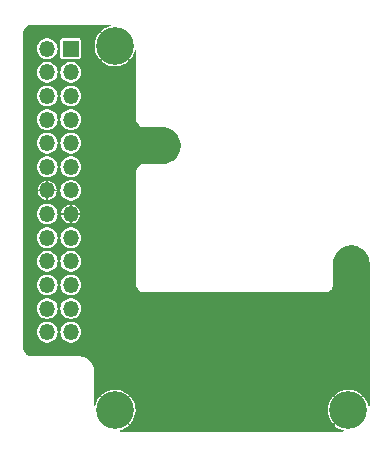
<source format=gbl>
G04 #@! TF.GenerationSoftware,KiCad,Pcbnew,(6.0.7)*
G04 #@! TF.CreationDate,2022-10-21T23:47:13+08:00*
G04 #@! TF.ProjectId,pcb_front,7063625f-6672-46f6-9e74-2e6b69636164,rev?*
G04 #@! TF.SameCoordinates,Original*
G04 #@! TF.FileFunction,Copper,L2,Bot*
G04 #@! TF.FilePolarity,Positive*
%FSLAX46Y46*%
G04 Gerber Fmt 4.6, Leading zero omitted, Abs format (unit mm)*
G04 Created by KiCad (PCBNEW (6.0.7)) date 2022-10-21 23:47:13*
%MOMM*%
%LPD*%
G01*
G04 APERTURE LIST*
G04 #@! TA.AperFunction,ComponentPad*
%ADD10C,3.200000*%
G04 #@! TD*
G04 #@! TA.AperFunction,ComponentPad*
%ADD11R,1.350000X1.350000*%
G04 #@! TD*
G04 #@! TA.AperFunction,ComponentPad*
%ADD12O,1.350000X1.350000*%
G04 #@! TD*
G04 #@! TA.AperFunction,ViaPad*
%ADD13C,2.300000*%
G04 #@! TD*
G04 APERTURE END LIST*
D10*
X5750000Y-30614100D03*
X5750000Y250000D03*
X25500000Y-30614100D03*
D11*
X2000000Y0D03*
D12*
X0Y0D03*
X2000000Y-2000000D03*
X0Y-2000000D03*
X2000000Y-4000000D03*
X0Y-4000000D03*
X2000000Y-6000000D03*
X0Y-6000000D03*
X2000000Y-8000000D03*
X0Y-8000000D03*
X2000000Y-10000000D03*
X0Y-10000000D03*
X2000000Y-12000000D03*
X0Y-12000000D03*
X2000000Y-14000000D03*
X0Y-14000000D03*
X2000000Y-16000000D03*
X0Y-16000000D03*
X2000000Y-18000000D03*
X0Y-18000000D03*
X2000000Y-20000000D03*
X0Y-20000000D03*
X2000000Y-22000000D03*
X0Y-22000000D03*
X2000000Y-24000000D03*
X0Y-24000000D03*
D13*
X25750000Y-18187500D03*
X9750000Y-8187500D03*
G04 #@! TA.AperFunction,Conductor*
G36*
X5347587Y2031194D02*
G01*
X5365893Y1987000D01*
X5347587Y1942806D01*
X5320882Y1926997D01*
X5144666Y1875635D01*
X5140339Y1874018D01*
X4911040Y1768309D01*
X4906983Y1766060D01*
X4695830Y1627622D01*
X4692159Y1624805D01*
X4581404Y1525953D01*
X4577724Y1518323D01*
X4581573Y1508229D01*
X5750000Y339803D01*
X7009144Y-919342D01*
X7016819Y-922521D01*
X7026834Y-917983D01*
X7133987Y-795800D01*
X7136766Y-792112D01*
X7273362Y-579750D01*
X7275570Y-575682D01*
X7379271Y-345475D01*
X7380859Y-341113D01*
X7426847Y-178051D01*
X7456461Y-140485D01*
X7503965Y-134863D01*
X7541531Y-164477D01*
X7549500Y-195016D01*
X7549500Y-5907627D01*
X7547910Y-5921633D01*
X7544344Y-5937141D01*
X7545897Y-5944004D01*
X7545897Y-5944006D01*
X7546552Y-5946900D01*
X7547791Y-5954564D01*
X7552587Y-6003254D01*
X7559636Y-6074822D01*
X7560526Y-6077756D01*
X7598801Y-6203935D01*
X7598803Y-6203940D01*
X7599691Y-6206867D01*
X7664738Y-6328560D01*
X7752275Y-6435225D01*
X7858940Y-6522762D01*
X7980633Y-6587809D01*
X7983560Y-6588697D01*
X7983565Y-6588699D01*
X8109744Y-6626974D01*
X8112678Y-6627864D01*
X8115726Y-6628164D01*
X8115730Y-6628165D01*
X8231471Y-6639564D01*
X8239449Y-6640876D01*
X8249282Y-6643155D01*
X8250000Y-6643156D01*
X8265743Y-6639565D01*
X8279642Y-6638000D01*
X9720127Y-6638000D01*
X9734133Y-6639590D01*
X9736436Y-6640119D01*
X9749641Y-6643156D01*
X9756505Y-6641603D01*
X9756508Y-6641603D01*
X9757722Y-6641328D01*
X9776181Y-6639963D01*
X9976269Y-6654957D01*
X9985506Y-6656349D01*
X10202153Y-6705797D01*
X10211080Y-6708550D01*
X10417943Y-6789738D01*
X10426359Y-6793791D01*
X10618808Y-6904901D01*
X10626526Y-6910164D01*
X10800266Y-7048717D01*
X10807114Y-7055070D01*
X10861127Y-7113282D01*
X10906407Y-7162082D01*
X10958265Y-7217972D01*
X10964086Y-7225272D01*
X11044946Y-7343872D01*
X11089268Y-7408881D01*
X11093938Y-7416970D01*
X11190357Y-7617184D01*
X11193768Y-7625876D01*
X11253718Y-7820227D01*
X11259270Y-7838226D01*
X11261349Y-7847333D01*
X11294469Y-8067075D01*
X11295167Y-8076390D01*
X11295167Y-8298610D01*
X11294469Y-8307925D01*
X11263318Y-8514606D01*
X11261349Y-8527667D01*
X11259271Y-8536771D01*
X11223047Y-8654207D01*
X11193770Y-8749120D01*
X11190358Y-8757813D01*
X11149715Y-8842209D01*
X11093938Y-8958030D01*
X11089268Y-8966119D01*
X11006885Y-9086954D01*
X10964089Y-9149724D01*
X10958268Y-9157024D01*
X10883487Y-9237619D01*
X10807114Y-9319930D01*
X10800266Y-9326283D01*
X10626526Y-9464836D01*
X10618811Y-9470097D01*
X10592316Y-9485394D01*
X10426359Y-9581209D01*
X10417943Y-9585262D01*
X10211080Y-9666450D01*
X10202153Y-9669203D01*
X9985506Y-9718651D01*
X9976270Y-9720043D01*
X9776629Y-9735004D01*
X9757953Y-9733590D01*
X9757829Y-9733562D01*
X9750359Y-9731844D01*
X9743496Y-9733397D01*
X9743495Y-9733397D01*
X9734383Y-9735459D01*
X9720589Y-9737000D01*
X8280107Y-9737000D01*
X8265994Y-9735386D01*
X8264130Y-9734954D01*
X8250718Y-9731845D01*
X8250000Y-9731844D01*
X8240208Y-9734078D01*
X8232447Y-9735340D01*
X8180208Y-9740485D01*
X8115730Y-9746835D01*
X8115726Y-9746836D01*
X8112678Y-9747136D01*
X8109744Y-9748026D01*
X7983565Y-9786301D01*
X7983560Y-9786303D01*
X7980633Y-9787191D01*
X7858940Y-9852238D01*
X7752275Y-9939775D01*
X7664738Y-10046440D01*
X7599691Y-10168133D01*
X7598803Y-10171060D01*
X7598801Y-10171065D01*
X7571381Y-10261458D01*
X7559636Y-10300178D01*
X7559336Y-10303226D01*
X7559335Y-10303230D01*
X7547889Y-10419448D01*
X7546600Y-10427328D01*
X7545922Y-10430278D01*
X7544344Y-10437141D01*
X7545897Y-10444004D01*
X7545897Y-10444006D01*
X7547959Y-10453117D01*
X7549500Y-10466911D01*
X7549500Y-19907627D01*
X7547910Y-19921633D01*
X7544344Y-19937141D01*
X7545897Y-19944004D01*
X7545897Y-19944006D01*
X7546552Y-19946900D01*
X7547791Y-19954564D01*
X7552587Y-20003254D01*
X7559636Y-20074822D01*
X7560526Y-20077756D01*
X7598801Y-20203935D01*
X7598803Y-20203940D01*
X7599691Y-20206867D01*
X7664738Y-20328560D01*
X7752275Y-20435225D01*
X7858940Y-20522762D01*
X7980633Y-20587809D01*
X7983560Y-20588697D01*
X7983565Y-20588699D01*
X8109744Y-20626974D01*
X8112678Y-20627864D01*
X8115726Y-20628164D01*
X8115730Y-20628165D01*
X8231471Y-20639564D01*
X8239449Y-20640876D01*
X8249282Y-20643155D01*
X8250000Y-20643156D01*
X8265743Y-20639565D01*
X8279642Y-20638000D01*
X23469893Y-20638000D01*
X23484006Y-20639614D01*
X23499282Y-20643155D01*
X23500000Y-20643156D01*
X23509792Y-20640922D01*
X23517553Y-20639660D01*
X23569792Y-20634515D01*
X23634270Y-20628165D01*
X23634274Y-20628164D01*
X23637322Y-20627864D01*
X23640256Y-20626974D01*
X23766435Y-20588699D01*
X23766440Y-20588697D01*
X23769367Y-20587809D01*
X23891060Y-20522762D01*
X23997725Y-20435225D01*
X24085262Y-20328560D01*
X24150309Y-20206867D01*
X24151197Y-20203940D01*
X24151199Y-20203935D01*
X24189474Y-20077756D01*
X24190364Y-20074822D01*
X24194774Y-20030051D01*
X24202064Y-19956029D01*
X24203376Y-19948051D01*
X24205655Y-19938218D01*
X24205656Y-19937500D01*
X24202065Y-19921757D01*
X24200500Y-19907858D01*
X24200500Y-18217607D01*
X24202114Y-18203494D01*
X24202201Y-18203117D01*
X24205655Y-18188218D01*
X24205656Y-18187500D01*
X24204873Y-18184067D01*
X24204872Y-18184059D01*
X24203869Y-18179663D01*
X24202479Y-18161094D01*
X24217457Y-17961230D01*
X24218849Y-17951994D01*
X24268297Y-17735347D01*
X24271050Y-17726420D01*
X24352238Y-17519557D01*
X24356291Y-17511141D01*
X24451754Y-17345793D01*
X24467403Y-17318689D01*
X24472664Y-17310974D01*
X24611217Y-17137234D01*
X24617570Y-17130386D01*
X24675782Y-17076373D01*
X24780476Y-16979232D01*
X24787772Y-16973414D01*
X24971381Y-16848232D01*
X24979470Y-16843562D01*
X25145281Y-16763711D01*
X25179687Y-16747142D01*
X25188376Y-16743732D01*
X25400729Y-16678229D01*
X25409829Y-16676152D01*
X25629575Y-16643031D01*
X25638890Y-16642333D01*
X25861110Y-16642333D01*
X25870425Y-16643031D01*
X26090171Y-16676152D01*
X26099271Y-16678229D01*
X26311624Y-16743732D01*
X26320313Y-16747142D01*
X26354719Y-16763711D01*
X26520530Y-16843562D01*
X26528619Y-16848232D01*
X26712228Y-16973414D01*
X26719524Y-16979232D01*
X26824218Y-17076373D01*
X26882430Y-17130386D01*
X26888783Y-17137234D01*
X27027336Y-17310974D01*
X27032597Y-17318689D01*
X27048246Y-17345793D01*
X27143709Y-17511141D01*
X27147762Y-17519557D01*
X27228950Y-17726420D01*
X27231703Y-17735347D01*
X27281151Y-17951994D01*
X27282543Y-17961230D01*
X27297504Y-18160871D01*
X27296090Y-18179547D01*
X27294344Y-18187141D01*
X27295897Y-18194004D01*
X27295897Y-18194005D01*
X27297959Y-18203117D01*
X27299500Y-18216911D01*
X27299500Y-30168192D01*
X27281194Y-30212386D01*
X27237000Y-30230692D01*
X27192806Y-30212386D01*
X27176041Y-30181986D01*
X27159556Y-30109132D01*
X27158209Y-30104727D01*
X27066690Y-29869385D01*
X27064701Y-29865214D01*
X26939408Y-29645998D01*
X26936820Y-29642161D01*
X26780505Y-29443877D01*
X26778854Y-29442075D01*
X26769831Y-29438656D01*
X26761755Y-29442147D01*
X25500000Y-30703903D01*
X24330523Y-31873379D01*
X24326913Y-31882096D01*
X24330611Y-31890970D01*
X24371659Y-31931660D01*
X24375173Y-31934661D01*
X24578801Y-32083968D01*
X24582718Y-32086415D01*
X24806176Y-32203983D01*
X24810422Y-32205828D01*
X25048797Y-32289072D01*
X25054844Y-32290692D01*
X25092795Y-32319812D01*
X25099040Y-32367238D01*
X25069920Y-32405189D01*
X25038669Y-32413563D01*
X6193270Y-32413563D01*
X6149076Y-32395257D01*
X6130770Y-32351063D01*
X6149076Y-32306869D01*
X6177357Y-32290623D01*
X6312568Y-32255025D01*
X6316946Y-32253517D01*
X6548921Y-32153853D01*
X6553047Y-32151706D01*
X6767744Y-32018847D01*
X6771492Y-32016124D01*
X6919447Y-31890871D01*
X6923804Y-31882411D01*
X6921589Y-31875491D01*
X5660197Y-30614100D01*
X5844952Y-30614100D01*
X5848593Y-30622890D01*
X7009144Y-31783442D01*
X7016819Y-31786621D01*
X7026834Y-31782083D01*
X7133987Y-31659900D01*
X7136766Y-31656212D01*
X7273362Y-31443850D01*
X7275570Y-31439782D01*
X7379271Y-31209575D01*
X7380859Y-31205213D01*
X7449393Y-30962209D01*
X7450316Y-30957671D01*
X7482276Y-30706447D01*
X7482514Y-30703338D01*
X7484810Y-30615665D01*
X7484735Y-30612534D01*
X7481649Y-30571007D01*
X23765854Y-30571007D01*
X23777969Y-30823208D01*
X23778533Y-30827800D01*
X23827793Y-31075448D01*
X23829028Y-31079900D01*
X23914350Y-31317540D01*
X23916233Y-31321771D01*
X24035745Y-31544193D01*
X24038231Y-31548095D01*
X24189299Y-31750400D01*
X24192340Y-31753900D01*
X24222710Y-31784006D01*
X24231590Y-31787639D01*
X24240280Y-31784017D01*
X25401407Y-30622890D01*
X25405048Y-30614100D01*
X25401407Y-30605310D01*
X24239510Y-29443412D01*
X24230720Y-29439771D01*
X24224187Y-29442478D01*
X24089110Y-29604889D01*
X24086429Y-29608647D01*
X23955439Y-29824512D01*
X23953340Y-29828630D01*
X23855693Y-30061493D01*
X23854231Y-30065864D01*
X23792075Y-30310603D01*
X23791273Y-30315146D01*
X23765975Y-30566380D01*
X23765854Y-30571007D01*
X7481649Y-30571007D01*
X7465967Y-30359989D01*
X7465283Y-30355410D01*
X7409556Y-30109132D01*
X7408209Y-30104727D01*
X7316690Y-29869385D01*
X7314701Y-29865214D01*
X7189408Y-29645998D01*
X7186820Y-29642161D01*
X7030505Y-29443877D01*
X7028854Y-29442075D01*
X7019831Y-29438656D01*
X7011755Y-29442147D01*
X5848593Y-30605310D01*
X5844952Y-30614100D01*
X5660197Y-30614100D01*
X4489510Y-29443412D01*
X4480720Y-29439771D01*
X4474187Y-29442478D01*
X4339110Y-29604889D01*
X4336429Y-29608647D01*
X4205439Y-29824512D01*
X4203340Y-29828630D01*
X4105693Y-30061493D01*
X4104231Y-30065864D01*
X4073577Y-30186564D01*
X4044956Y-30224892D01*
X3997615Y-30231756D01*
X3959287Y-30203135D01*
X3950500Y-30171179D01*
X3950500Y-29345777D01*
X4577724Y-29345777D01*
X4581573Y-29355871D01*
X5741210Y-30515507D01*
X5750000Y-30519148D01*
X5758790Y-30515507D01*
X6918859Y-29355439D01*
X6922285Y-29347167D01*
X6921684Y-29345777D01*
X24327724Y-29345777D01*
X24331573Y-29355871D01*
X25491210Y-30515507D01*
X25500000Y-30519148D01*
X25508790Y-30515507D01*
X26668859Y-29355439D01*
X26672285Y-29347167D01*
X26668232Y-29337791D01*
X26593463Y-29267454D01*
X26589876Y-29264550D01*
X26382406Y-29120622D01*
X26378422Y-29118276D01*
X26151972Y-29006602D01*
X26147678Y-29004867D01*
X25907198Y-28927889D01*
X25902703Y-28926810D01*
X25653496Y-28886225D01*
X25648882Y-28885821D01*
X25396403Y-28882515D01*
X25391795Y-28882797D01*
X25141603Y-28916847D01*
X25137077Y-28917809D01*
X24894666Y-28988465D01*
X24890339Y-28990082D01*
X24661040Y-29095791D01*
X24656983Y-29098040D01*
X24445830Y-29236478D01*
X24442159Y-29239295D01*
X24331404Y-29338147D01*
X24327724Y-29345777D01*
X6921684Y-29345777D01*
X6918232Y-29337791D01*
X6843463Y-29267454D01*
X6839876Y-29264550D01*
X6632406Y-29120622D01*
X6628422Y-29118276D01*
X6401972Y-29006602D01*
X6397678Y-29004867D01*
X6157198Y-28927889D01*
X6152703Y-28926810D01*
X5903496Y-28886225D01*
X5898882Y-28885821D01*
X5646403Y-28882515D01*
X5641795Y-28882797D01*
X5391603Y-28916847D01*
X5387077Y-28917809D01*
X5144666Y-28988465D01*
X5140339Y-28990082D01*
X4911040Y-29095791D01*
X4906983Y-29098040D01*
X4695830Y-29236478D01*
X4692159Y-29239295D01*
X4581404Y-29338147D01*
X4577724Y-29345777D01*
X3950500Y-29345777D01*
X3950500Y-27280100D01*
X3952114Y-27265990D01*
X3954855Y-27254160D01*
X3955655Y-27250710D01*
X3955656Y-27249992D01*
X3954466Y-27244775D01*
X3953093Y-27235779D01*
X3943098Y-27108836D01*
X3939380Y-27061615D01*
X3895263Y-26877878D01*
X3894325Y-26875613D01*
X3823889Y-26705575D01*
X3823888Y-26705572D01*
X3822948Y-26703304D01*
X3724215Y-26542191D01*
X3647219Y-26452040D01*
X3603087Y-26400369D01*
X3601495Y-26398505D01*
X3513061Y-26322975D01*
X3459677Y-26277380D01*
X3459674Y-26277378D01*
X3457809Y-26275785D01*
X3296696Y-26177052D01*
X3294428Y-26176112D01*
X3294425Y-26176111D01*
X3124387Y-26105675D01*
X3124384Y-26105674D01*
X3122122Y-26104737D01*
X2938385Y-26060620D01*
X2886488Y-26056534D01*
X2765183Y-26046983D01*
X2755973Y-26045561D01*
X2754179Y-26045145D01*
X2754173Y-26045144D01*
X2750726Y-26044345D01*
X2750008Y-26044344D01*
X2740046Y-26046616D01*
X2734262Y-26047935D01*
X2720365Y-26049500D01*
X-1220131Y-26049500D01*
X-1234135Y-26047911D01*
X-1242790Y-26045921D01*
X-1242791Y-26045921D01*
X-1249650Y-26044344D01*
X-1256516Y-26045898D01*
X-1258408Y-26045895D01*
X-1275697Y-26046971D01*
X-1399858Y-26034747D01*
X-1411875Y-26032357D01*
X-1550074Y-25990439D01*
X-1561394Y-25985751D01*
X-1688768Y-25917670D01*
X-1698943Y-25910871D01*
X-1810587Y-25819248D01*
X-1819249Y-25810586D01*
X-1830640Y-25796706D01*
X-1910871Y-25698943D01*
X-1917670Y-25688768D01*
X-1985752Y-25561392D01*
X-1990439Y-25550074D01*
X-2032357Y-25411875D01*
X-2034747Y-25399858D01*
X-2046929Y-25276130D01*
X-2045928Y-25260519D01*
X-2045922Y-25257229D01*
X-2044344Y-25250368D01*
X-2047959Y-25234389D01*
X-2049500Y-25220598D01*
X-2049500Y-24000000D01*
X-880322Y-24000000D01*
X-861085Y-24183029D01*
X-804214Y-24358059D01*
X-712195Y-24517440D01*
X-589050Y-24654207D01*
X-440161Y-24762381D01*
X-272034Y-24837236D01*
X-268827Y-24837918D01*
X-268826Y-24837918D01*
X-95228Y-24874818D01*
X-92019Y-24875500D01*
X92019Y-24875500D01*
X95228Y-24874818D01*
X268826Y-24837918D01*
X268827Y-24837918D01*
X272034Y-24837236D01*
X440161Y-24762381D01*
X589050Y-24654207D01*
X712195Y-24517440D01*
X804214Y-24358059D01*
X861085Y-24183029D01*
X880322Y-24000000D01*
X1119678Y-24000000D01*
X1138915Y-24183029D01*
X1195786Y-24358059D01*
X1287805Y-24517440D01*
X1410950Y-24654207D01*
X1559839Y-24762381D01*
X1727966Y-24837236D01*
X1731173Y-24837918D01*
X1731174Y-24837918D01*
X1904772Y-24874818D01*
X1907981Y-24875500D01*
X2092019Y-24875500D01*
X2095228Y-24874818D01*
X2268826Y-24837918D01*
X2268827Y-24837918D01*
X2272034Y-24837236D01*
X2440161Y-24762381D01*
X2589050Y-24654207D01*
X2712195Y-24517440D01*
X2804214Y-24358059D01*
X2861085Y-24183029D01*
X2880322Y-24000000D01*
X2861085Y-23816971D01*
X2804214Y-23641941D01*
X2712195Y-23482560D01*
X2589050Y-23345793D01*
X2440161Y-23237619D01*
X2272034Y-23162764D01*
X2268827Y-23162082D01*
X2268826Y-23162082D01*
X2095228Y-23125182D01*
X2095227Y-23125182D01*
X2092019Y-23124500D01*
X1907981Y-23124500D01*
X1904773Y-23125182D01*
X1904772Y-23125182D01*
X1731174Y-23162082D01*
X1731173Y-23162082D01*
X1727966Y-23162764D01*
X1559839Y-23237619D01*
X1410950Y-23345793D01*
X1287805Y-23482560D01*
X1195786Y-23641941D01*
X1138915Y-23816971D01*
X1119678Y-24000000D01*
X880322Y-24000000D01*
X861085Y-23816971D01*
X804214Y-23641941D01*
X712195Y-23482560D01*
X589050Y-23345793D01*
X440161Y-23237619D01*
X272034Y-23162764D01*
X268827Y-23162082D01*
X268826Y-23162082D01*
X95228Y-23125182D01*
X95227Y-23125182D01*
X92019Y-23124500D01*
X-92019Y-23124500D01*
X-95227Y-23125182D01*
X-95228Y-23125182D01*
X-268826Y-23162082D01*
X-268827Y-23162082D01*
X-272034Y-23162764D01*
X-440161Y-23237619D01*
X-589050Y-23345793D01*
X-712195Y-23482560D01*
X-804214Y-23641941D01*
X-861085Y-23816971D01*
X-880322Y-24000000D01*
X-2049500Y-24000000D01*
X-2049500Y-22000000D01*
X-880322Y-22000000D01*
X-861085Y-22183029D01*
X-804214Y-22358059D01*
X-712195Y-22517440D01*
X-589050Y-22654207D01*
X-440161Y-22762381D01*
X-272034Y-22837236D01*
X-268827Y-22837918D01*
X-268826Y-22837918D01*
X-95228Y-22874818D01*
X-92019Y-22875500D01*
X92019Y-22875500D01*
X95228Y-22874818D01*
X268826Y-22837918D01*
X268827Y-22837918D01*
X272034Y-22837236D01*
X440161Y-22762381D01*
X589050Y-22654207D01*
X712195Y-22517440D01*
X804214Y-22358059D01*
X861085Y-22183029D01*
X880322Y-22000000D01*
X1119678Y-22000000D01*
X1138915Y-22183029D01*
X1195786Y-22358059D01*
X1287805Y-22517440D01*
X1410950Y-22654207D01*
X1559839Y-22762381D01*
X1727966Y-22837236D01*
X1731173Y-22837918D01*
X1731174Y-22837918D01*
X1904772Y-22874818D01*
X1907981Y-22875500D01*
X2092019Y-22875500D01*
X2095228Y-22874818D01*
X2268826Y-22837918D01*
X2268827Y-22837918D01*
X2272034Y-22837236D01*
X2440161Y-22762381D01*
X2589050Y-22654207D01*
X2712195Y-22517440D01*
X2804214Y-22358059D01*
X2861085Y-22183029D01*
X2880322Y-22000000D01*
X2861085Y-21816971D01*
X2804214Y-21641941D01*
X2712195Y-21482560D01*
X2589050Y-21345793D01*
X2440161Y-21237619D01*
X2272034Y-21162764D01*
X2268827Y-21162082D01*
X2268826Y-21162082D01*
X2095228Y-21125182D01*
X2095227Y-21125182D01*
X2092019Y-21124500D01*
X1907981Y-21124500D01*
X1904773Y-21125182D01*
X1904772Y-21125182D01*
X1731174Y-21162082D01*
X1731173Y-21162082D01*
X1727966Y-21162764D01*
X1559839Y-21237619D01*
X1410950Y-21345793D01*
X1287805Y-21482560D01*
X1195786Y-21641941D01*
X1138915Y-21816971D01*
X1119678Y-22000000D01*
X880322Y-22000000D01*
X861085Y-21816971D01*
X804214Y-21641941D01*
X712195Y-21482560D01*
X589050Y-21345793D01*
X440161Y-21237619D01*
X272034Y-21162764D01*
X268827Y-21162082D01*
X268826Y-21162082D01*
X95228Y-21125182D01*
X95227Y-21125182D01*
X92019Y-21124500D01*
X-92019Y-21124500D01*
X-95227Y-21125182D01*
X-95228Y-21125182D01*
X-268826Y-21162082D01*
X-268827Y-21162082D01*
X-272034Y-21162764D01*
X-440161Y-21237619D01*
X-589050Y-21345793D01*
X-712195Y-21482560D01*
X-804214Y-21641941D01*
X-861085Y-21816971D01*
X-880322Y-22000000D01*
X-2049500Y-22000000D01*
X-2049500Y-20000000D01*
X-880322Y-20000000D01*
X-861085Y-20183029D01*
X-804214Y-20358059D01*
X-712195Y-20517440D01*
X-589050Y-20654207D01*
X-440161Y-20762381D01*
X-272034Y-20837236D01*
X-268827Y-20837918D01*
X-268826Y-20837918D01*
X-95228Y-20874818D01*
X-92019Y-20875500D01*
X92019Y-20875500D01*
X95228Y-20874818D01*
X268826Y-20837918D01*
X268827Y-20837918D01*
X272034Y-20837236D01*
X440161Y-20762381D01*
X589050Y-20654207D01*
X712195Y-20517440D01*
X804214Y-20358059D01*
X861085Y-20183029D01*
X880322Y-20000000D01*
X1119678Y-20000000D01*
X1138915Y-20183029D01*
X1195786Y-20358059D01*
X1287805Y-20517440D01*
X1410950Y-20654207D01*
X1559839Y-20762381D01*
X1727966Y-20837236D01*
X1731173Y-20837918D01*
X1731174Y-20837918D01*
X1904772Y-20874818D01*
X1907981Y-20875500D01*
X2092019Y-20875500D01*
X2095228Y-20874818D01*
X2268826Y-20837918D01*
X2268827Y-20837918D01*
X2272034Y-20837236D01*
X2440161Y-20762381D01*
X2589050Y-20654207D01*
X2712195Y-20517440D01*
X2804214Y-20358059D01*
X2861085Y-20183029D01*
X2880322Y-20000000D01*
X2861085Y-19816971D01*
X2804214Y-19641941D01*
X2712195Y-19482560D01*
X2589050Y-19345793D01*
X2440161Y-19237619D01*
X2272034Y-19162764D01*
X2268827Y-19162082D01*
X2268826Y-19162082D01*
X2095228Y-19125182D01*
X2095227Y-19125182D01*
X2092019Y-19124500D01*
X1907981Y-19124500D01*
X1904773Y-19125182D01*
X1904772Y-19125182D01*
X1731174Y-19162082D01*
X1731173Y-19162082D01*
X1727966Y-19162764D01*
X1559839Y-19237619D01*
X1410950Y-19345793D01*
X1287805Y-19482560D01*
X1195786Y-19641941D01*
X1138915Y-19816971D01*
X1119678Y-20000000D01*
X880322Y-20000000D01*
X861085Y-19816971D01*
X804214Y-19641941D01*
X712195Y-19482560D01*
X589050Y-19345793D01*
X440161Y-19237619D01*
X272034Y-19162764D01*
X268827Y-19162082D01*
X268826Y-19162082D01*
X95228Y-19125182D01*
X95227Y-19125182D01*
X92019Y-19124500D01*
X-92019Y-19124500D01*
X-95227Y-19125182D01*
X-95228Y-19125182D01*
X-268826Y-19162082D01*
X-268827Y-19162082D01*
X-272034Y-19162764D01*
X-440161Y-19237619D01*
X-589050Y-19345793D01*
X-712195Y-19482560D01*
X-804214Y-19641941D01*
X-861085Y-19816971D01*
X-880322Y-20000000D01*
X-2049500Y-20000000D01*
X-2049500Y-18000000D01*
X-880322Y-18000000D01*
X-861085Y-18183029D01*
X-860073Y-18186143D01*
X-860073Y-18186144D01*
X-852345Y-18209927D01*
X-804214Y-18358059D01*
X-712195Y-18517440D01*
X-589050Y-18654207D01*
X-440161Y-18762381D01*
X-272034Y-18837236D01*
X-268827Y-18837918D01*
X-268826Y-18837918D01*
X-95228Y-18874818D01*
X-92019Y-18875500D01*
X92019Y-18875500D01*
X95228Y-18874818D01*
X268826Y-18837918D01*
X268827Y-18837918D01*
X272034Y-18837236D01*
X440161Y-18762381D01*
X589050Y-18654207D01*
X712195Y-18517440D01*
X804214Y-18358059D01*
X852345Y-18209927D01*
X860073Y-18186144D01*
X860073Y-18186143D01*
X861085Y-18183029D01*
X880322Y-18000000D01*
X1119678Y-18000000D01*
X1138915Y-18183029D01*
X1139927Y-18186143D01*
X1139927Y-18186144D01*
X1147655Y-18209927D01*
X1195786Y-18358059D01*
X1287805Y-18517440D01*
X1410950Y-18654207D01*
X1559839Y-18762381D01*
X1727966Y-18837236D01*
X1731173Y-18837918D01*
X1731174Y-18837918D01*
X1904772Y-18874818D01*
X1907981Y-18875500D01*
X2092019Y-18875500D01*
X2095228Y-18874818D01*
X2268826Y-18837918D01*
X2268827Y-18837918D01*
X2272034Y-18837236D01*
X2440161Y-18762381D01*
X2589050Y-18654207D01*
X2712195Y-18517440D01*
X2804214Y-18358059D01*
X2852345Y-18209927D01*
X2860073Y-18186144D01*
X2860073Y-18186143D01*
X2861085Y-18183029D01*
X2880322Y-18000000D01*
X2861085Y-17816971D01*
X2804214Y-17641941D01*
X2712195Y-17482560D01*
X2589050Y-17345793D01*
X2440161Y-17237619D01*
X2272034Y-17162764D01*
X2268827Y-17162082D01*
X2268826Y-17162082D01*
X2095228Y-17125182D01*
X2095227Y-17125182D01*
X2092019Y-17124500D01*
X1907981Y-17124500D01*
X1904773Y-17125182D01*
X1904772Y-17125182D01*
X1731174Y-17162082D01*
X1731173Y-17162082D01*
X1727966Y-17162764D01*
X1559839Y-17237619D01*
X1410950Y-17345793D01*
X1287805Y-17482560D01*
X1195786Y-17641941D01*
X1138915Y-17816971D01*
X1119678Y-18000000D01*
X880322Y-18000000D01*
X861085Y-17816971D01*
X804214Y-17641941D01*
X712195Y-17482560D01*
X589050Y-17345793D01*
X440161Y-17237619D01*
X272034Y-17162764D01*
X268827Y-17162082D01*
X268826Y-17162082D01*
X95228Y-17125182D01*
X95227Y-17125182D01*
X92019Y-17124500D01*
X-92019Y-17124500D01*
X-95227Y-17125182D01*
X-95228Y-17125182D01*
X-268826Y-17162082D01*
X-268827Y-17162082D01*
X-272034Y-17162764D01*
X-440161Y-17237619D01*
X-589050Y-17345793D01*
X-712195Y-17482560D01*
X-804214Y-17641941D01*
X-861085Y-17816971D01*
X-880322Y-18000000D01*
X-2049500Y-18000000D01*
X-2049500Y-16000000D01*
X-880322Y-16000000D01*
X-861085Y-16183029D01*
X-804214Y-16358059D01*
X-712195Y-16517440D01*
X-589050Y-16654207D01*
X-440161Y-16762381D01*
X-272034Y-16837236D01*
X-268827Y-16837918D01*
X-268826Y-16837918D01*
X-220303Y-16848232D01*
X-92019Y-16875500D01*
X92019Y-16875500D01*
X220303Y-16848232D01*
X268826Y-16837918D01*
X268827Y-16837918D01*
X272034Y-16837236D01*
X440161Y-16762381D01*
X589050Y-16654207D01*
X712195Y-16517440D01*
X804214Y-16358059D01*
X861085Y-16183029D01*
X880322Y-16000000D01*
X1119678Y-16000000D01*
X1138915Y-16183029D01*
X1195786Y-16358059D01*
X1287805Y-16517440D01*
X1410950Y-16654207D01*
X1559839Y-16762381D01*
X1727966Y-16837236D01*
X1731173Y-16837918D01*
X1731174Y-16837918D01*
X1779697Y-16848232D01*
X1907981Y-16875500D01*
X2092019Y-16875500D01*
X2220303Y-16848232D01*
X2268826Y-16837918D01*
X2268827Y-16837918D01*
X2272034Y-16837236D01*
X2440161Y-16762381D01*
X2589050Y-16654207D01*
X2712195Y-16517440D01*
X2804214Y-16358059D01*
X2861085Y-16183029D01*
X2880322Y-16000000D01*
X2861085Y-15816971D01*
X2804214Y-15641941D01*
X2712195Y-15482560D01*
X2589050Y-15345793D01*
X2440161Y-15237619D01*
X2272034Y-15162764D01*
X2268827Y-15162082D01*
X2268826Y-15162082D01*
X2095228Y-15125182D01*
X2095227Y-15125182D01*
X2092019Y-15124500D01*
X1907981Y-15124500D01*
X1904773Y-15125182D01*
X1904772Y-15125182D01*
X1731174Y-15162082D01*
X1731173Y-15162082D01*
X1727966Y-15162764D01*
X1559839Y-15237619D01*
X1410950Y-15345793D01*
X1287805Y-15482560D01*
X1195786Y-15641941D01*
X1138915Y-15816971D01*
X1119678Y-16000000D01*
X880322Y-16000000D01*
X861085Y-15816971D01*
X804214Y-15641941D01*
X712195Y-15482560D01*
X589050Y-15345793D01*
X440161Y-15237619D01*
X272034Y-15162764D01*
X268827Y-15162082D01*
X268826Y-15162082D01*
X95228Y-15125182D01*
X95227Y-15125182D01*
X92019Y-15124500D01*
X-92019Y-15124500D01*
X-95227Y-15125182D01*
X-95228Y-15125182D01*
X-268826Y-15162082D01*
X-268827Y-15162082D01*
X-272034Y-15162764D01*
X-440161Y-15237619D01*
X-589050Y-15345793D01*
X-712195Y-15482560D01*
X-804214Y-15641941D01*
X-861085Y-15816971D01*
X-880322Y-16000000D01*
X-2049500Y-16000000D01*
X-2049500Y-14000000D01*
X-880322Y-14000000D01*
X-861085Y-14183029D01*
X-804214Y-14358059D01*
X-802579Y-14360891D01*
X-802578Y-14360893D01*
X-795472Y-14373201D01*
X-712195Y-14517440D01*
X-589050Y-14654207D01*
X-440161Y-14762381D01*
X-272034Y-14837236D01*
X-268827Y-14837918D01*
X-268826Y-14837918D01*
X-95228Y-14874818D01*
X-92019Y-14875500D01*
X92019Y-14875500D01*
X95228Y-14874818D01*
X268826Y-14837918D01*
X268827Y-14837918D01*
X272034Y-14837236D01*
X440161Y-14762381D01*
X589050Y-14654207D01*
X712195Y-14517440D01*
X795472Y-14373201D01*
X802578Y-14360893D01*
X802579Y-14360891D01*
X804214Y-14358059D01*
X861085Y-14183029D01*
X872591Y-14073552D01*
X1198306Y-14073552D01*
X1207267Y-14164954D01*
X1208710Y-14171741D01*
X1263511Y-14336478D01*
X1266427Y-14342788D01*
X1356361Y-14491287D01*
X1360597Y-14496787D01*
X1481202Y-14621676D01*
X1486547Y-14626099D01*
X1631829Y-14721168D01*
X1638017Y-14724294D01*
X1800750Y-14784814D01*
X1807480Y-14786493D01*
X1924176Y-14802063D01*
X1933373Y-14799615D01*
X1936500Y-14794221D01*
X1936500Y-14790162D01*
X2063500Y-14790162D01*
X2067141Y-14798952D01*
X2073692Y-14801665D01*
X2159416Y-14793864D01*
X2166212Y-14792469D01*
X2331329Y-14738819D01*
X2337655Y-14735949D01*
X2486780Y-14647054D01*
X2492313Y-14642853D01*
X2618039Y-14523127D01*
X2622500Y-14517810D01*
X2718578Y-14373201D01*
X2721751Y-14367027D01*
X2783402Y-14204728D01*
X2785129Y-14198001D01*
X2802302Y-14075810D01*
X2799920Y-14066598D01*
X2794660Y-14063500D01*
X2075931Y-14063500D01*
X2067141Y-14067141D01*
X2063500Y-14075931D01*
X2063500Y-14790162D01*
X1936500Y-14790162D01*
X1936500Y-14075931D01*
X1932859Y-14067141D01*
X1924069Y-14063500D01*
X1209751Y-14063500D01*
X1200961Y-14067141D01*
X1198306Y-14073552D01*
X872591Y-14073552D01*
X880322Y-14000000D01*
X872352Y-13924166D01*
X1198136Y-13924166D01*
X1200647Y-13933344D01*
X1206180Y-13936500D01*
X1924069Y-13936500D01*
X1932859Y-13932859D01*
X1936500Y-13924069D01*
X2063500Y-13924069D01*
X2067141Y-13932859D01*
X2075931Y-13936500D01*
X2790540Y-13936500D01*
X2799330Y-13932859D01*
X2801874Y-13926718D01*
X2790352Y-13823998D01*
X2788813Y-13817221D01*
X2731720Y-13653276D01*
X2728715Y-13647003D01*
X2636718Y-13499777D01*
X2632401Y-13494331D01*
X2510071Y-13371143D01*
X2504654Y-13366788D01*
X2358076Y-13273767D01*
X2351831Y-13270720D01*
X2188279Y-13212483D01*
X2181511Y-13210896D01*
X2075844Y-13198296D01*
X2066685Y-13200870D01*
X2063500Y-13206546D01*
X2063500Y-13924069D01*
X1936500Y-13924069D01*
X1936500Y-13209626D01*
X1932859Y-13200836D01*
X1926585Y-13198237D01*
X1829513Y-13208439D01*
X1822742Y-13209928D01*
X1658385Y-13265880D01*
X1652103Y-13268836D01*
X1504234Y-13359805D01*
X1498756Y-13364085D01*
X1374721Y-13485550D01*
X1370328Y-13490936D01*
X1276281Y-13636868D01*
X1273195Y-13643085D01*
X1213815Y-13806229D01*
X1212182Y-13812982D01*
X1198136Y-13924166D01*
X872352Y-13924166D01*
X861085Y-13816971D01*
X804214Y-13641941D01*
X712195Y-13482560D01*
X589050Y-13345793D01*
X440161Y-13237619D01*
X272034Y-13162764D01*
X268827Y-13162082D01*
X268826Y-13162082D01*
X95228Y-13125182D01*
X95227Y-13125182D01*
X92019Y-13124500D01*
X-92019Y-13124500D01*
X-95227Y-13125182D01*
X-95228Y-13125182D01*
X-268826Y-13162082D01*
X-268827Y-13162082D01*
X-272034Y-13162764D01*
X-440161Y-13237619D01*
X-589050Y-13345793D01*
X-712195Y-13482560D01*
X-804214Y-13641941D01*
X-861085Y-13816971D01*
X-880322Y-14000000D01*
X-2049500Y-14000000D01*
X-2049500Y-12073552D01*
X-801694Y-12073552D01*
X-792733Y-12164954D01*
X-791290Y-12171741D01*
X-736489Y-12336478D01*
X-733573Y-12342788D01*
X-643639Y-12491287D01*
X-639403Y-12496787D01*
X-518798Y-12621676D01*
X-513453Y-12626099D01*
X-368171Y-12721168D01*
X-361983Y-12724294D01*
X-199250Y-12784814D01*
X-192520Y-12786493D01*
X-75824Y-12802063D01*
X-66627Y-12799615D01*
X-63500Y-12794221D01*
X-63500Y-12790162D01*
X63500Y-12790162D01*
X67141Y-12798952D01*
X73692Y-12801665D01*
X159416Y-12793864D01*
X166212Y-12792469D01*
X331329Y-12738819D01*
X337655Y-12735949D01*
X486780Y-12647054D01*
X492313Y-12642853D01*
X618039Y-12523127D01*
X622500Y-12517810D01*
X718578Y-12373201D01*
X721751Y-12367027D01*
X783402Y-12204728D01*
X785129Y-12198001D01*
X802302Y-12075810D01*
X799920Y-12066598D01*
X794660Y-12063500D01*
X75931Y-12063500D01*
X67141Y-12067141D01*
X63500Y-12075931D01*
X63500Y-12790162D01*
X-63500Y-12790162D01*
X-63500Y-12075931D01*
X-67141Y-12067141D01*
X-75931Y-12063500D01*
X-790249Y-12063500D01*
X-799039Y-12067141D01*
X-801694Y-12073552D01*
X-2049500Y-12073552D01*
X-2049500Y-12000000D01*
X1119678Y-12000000D01*
X1138915Y-12183029D01*
X1195786Y-12358059D01*
X1197421Y-12360891D01*
X1197422Y-12360893D01*
X1204528Y-12373201D01*
X1287805Y-12517440D01*
X1410950Y-12654207D01*
X1559839Y-12762381D01*
X1727966Y-12837236D01*
X1731173Y-12837918D01*
X1731174Y-12837918D01*
X1904772Y-12874818D01*
X1907981Y-12875500D01*
X2092019Y-12875500D01*
X2095228Y-12874818D01*
X2268826Y-12837918D01*
X2268827Y-12837918D01*
X2272034Y-12837236D01*
X2440161Y-12762381D01*
X2589050Y-12654207D01*
X2712195Y-12517440D01*
X2795472Y-12373201D01*
X2802578Y-12360893D01*
X2802579Y-12360891D01*
X2804214Y-12358059D01*
X2861085Y-12183029D01*
X2880322Y-12000000D01*
X2861085Y-11816971D01*
X2804214Y-11641941D01*
X2712195Y-11482560D01*
X2589050Y-11345793D01*
X2440161Y-11237619D01*
X2272034Y-11162764D01*
X2268827Y-11162082D01*
X2268826Y-11162082D01*
X2095228Y-11125182D01*
X2095227Y-11125182D01*
X2092019Y-11124500D01*
X1907981Y-11124500D01*
X1904773Y-11125182D01*
X1904772Y-11125182D01*
X1731174Y-11162082D01*
X1731173Y-11162082D01*
X1727966Y-11162764D01*
X1559839Y-11237619D01*
X1410950Y-11345793D01*
X1287805Y-11482560D01*
X1195786Y-11641941D01*
X1138915Y-11816971D01*
X1119678Y-12000000D01*
X-2049500Y-12000000D01*
X-2049500Y-11924166D01*
X-801864Y-11924166D01*
X-799353Y-11933344D01*
X-793820Y-11936500D01*
X-75931Y-11936500D01*
X-67141Y-11932859D01*
X-63500Y-11924069D01*
X63500Y-11924069D01*
X67141Y-11932859D01*
X75931Y-11936500D01*
X790540Y-11936500D01*
X799330Y-11932859D01*
X801874Y-11926718D01*
X790352Y-11823998D01*
X788813Y-11817221D01*
X731720Y-11653276D01*
X728715Y-11647003D01*
X636718Y-11499777D01*
X632401Y-11494331D01*
X510071Y-11371143D01*
X504654Y-11366788D01*
X358076Y-11273767D01*
X351831Y-11270720D01*
X188279Y-11212483D01*
X181511Y-11210896D01*
X75844Y-11198296D01*
X66685Y-11200870D01*
X63500Y-11206546D01*
X63500Y-11924069D01*
X-63500Y-11924069D01*
X-63500Y-11209626D01*
X-67141Y-11200836D01*
X-73415Y-11198237D01*
X-170487Y-11208439D01*
X-177258Y-11209928D01*
X-341615Y-11265880D01*
X-347897Y-11268836D01*
X-495766Y-11359805D01*
X-501244Y-11364085D01*
X-625279Y-11485550D01*
X-629672Y-11490936D01*
X-723719Y-11636868D01*
X-726805Y-11643085D01*
X-786185Y-11806229D01*
X-787818Y-11812982D01*
X-801864Y-11924166D01*
X-2049500Y-11924166D01*
X-2049500Y-10000000D01*
X-880322Y-10000000D01*
X-861085Y-10183029D01*
X-804214Y-10358059D01*
X-712195Y-10517440D01*
X-589050Y-10654207D01*
X-440161Y-10762381D01*
X-272034Y-10837236D01*
X-268827Y-10837918D01*
X-268826Y-10837918D01*
X-95228Y-10874818D01*
X-92019Y-10875500D01*
X92019Y-10875500D01*
X95228Y-10874818D01*
X268826Y-10837918D01*
X268827Y-10837918D01*
X272034Y-10837236D01*
X440161Y-10762381D01*
X589050Y-10654207D01*
X712195Y-10517440D01*
X804214Y-10358059D01*
X861085Y-10183029D01*
X880322Y-10000000D01*
X1119678Y-10000000D01*
X1138915Y-10183029D01*
X1195786Y-10358059D01*
X1287805Y-10517440D01*
X1410950Y-10654207D01*
X1559839Y-10762381D01*
X1727966Y-10837236D01*
X1731173Y-10837918D01*
X1731174Y-10837918D01*
X1904772Y-10874818D01*
X1907981Y-10875500D01*
X2092019Y-10875500D01*
X2095228Y-10874818D01*
X2268826Y-10837918D01*
X2268827Y-10837918D01*
X2272034Y-10837236D01*
X2440161Y-10762381D01*
X2589050Y-10654207D01*
X2712195Y-10517440D01*
X2804214Y-10358059D01*
X2861085Y-10183029D01*
X2880322Y-10000000D01*
X2861085Y-9816971D01*
X2804214Y-9641941D01*
X2712195Y-9482560D01*
X2589050Y-9345793D01*
X2440161Y-9237619D01*
X2272034Y-9162764D01*
X2268827Y-9162082D01*
X2268826Y-9162082D01*
X2095228Y-9125182D01*
X2095227Y-9125182D01*
X2092019Y-9124500D01*
X1907981Y-9124500D01*
X1904773Y-9125182D01*
X1904772Y-9125182D01*
X1731174Y-9162082D01*
X1731173Y-9162082D01*
X1727966Y-9162764D01*
X1559839Y-9237619D01*
X1410950Y-9345793D01*
X1287805Y-9482560D01*
X1195786Y-9641941D01*
X1138915Y-9816971D01*
X1119678Y-10000000D01*
X880322Y-10000000D01*
X861085Y-9816971D01*
X804214Y-9641941D01*
X712195Y-9482560D01*
X589050Y-9345793D01*
X440161Y-9237619D01*
X272034Y-9162764D01*
X268827Y-9162082D01*
X268826Y-9162082D01*
X95228Y-9125182D01*
X95227Y-9125182D01*
X92019Y-9124500D01*
X-92019Y-9124500D01*
X-95227Y-9125182D01*
X-95228Y-9125182D01*
X-268826Y-9162082D01*
X-268827Y-9162082D01*
X-272034Y-9162764D01*
X-440161Y-9237619D01*
X-589050Y-9345793D01*
X-712195Y-9482560D01*
X-804214Y-9641941D01*
X-861085Y-9816971D01*
X-880322Y-10000000D01*
X-2049500Y-10000000D01*
X-2049500Y-8000000D01*
X-880322Y-8000000D01*
X-861085Y-8183029D01*
X-804214Y-8358059D01*
X-712195Y-8517440D01*
X-589050Y-8654207D01*
X-440161Y-8762381D01*
X-272034Y-8837236D01*
X-268827Y-8837918D01*
X-268826Y-8837918D01*
X-95228Y-8874818D01*
X-92019Y-8875500D01*
X92019Y-8875500D01*
X95228Y-8874818D01*
X268826Y-8837918D01*
X268827Y-8837918D01*
X272034Y-8837236D01*
X440161Y-8762381D01*
X589050Y-8654207D01*
X712195Y-8517440D01*
X804214Y-8358059D01*
X861085Y-8183029D01*
X880322Y-8000000D01*
X1119678Y-8000000D01*
X1138915Y-8183029D01*
X1195786Y-8358059D01*
X1287805Y-8517440D01*
X1410950Y-8654207D01*
X1559839Y-8762381D01*
X1727966Y-8837236D01*
X1731173Y-8837918D01*
X1731174Y-8837918D01*
X1904772Y-8874818D01*
X1907981Y-8875500D01*
X2092019Y-8875500D01*
X2095228Y-8874818D01*
X2268826Y-8837918D01*
X2268827Y-8837918D01*
X2272034Y-8837236D01*
X2440161Y-8762381D01*
X2589050Y-8654207D01*
X2712195Y-8517440D01*
X2804214Y-8358059D01*
X2861085Y-8183029D01*
X2880322Y-8000000D01*
X2861085Y-7816971D01*
X2852235Y-7789732D01*
X2805225Y-7645054D01*
X2804214Y-7641941D01*
X2789921Y-7617184D01*
X2713831Y-7485394D01*
X2712195Y-7482560D01*
X2589050Y-7345793D01*
X2440161Y-7237619D01*
X2272034Y-7162764D01*
X2268827Y-7162082D01*
X2268826Y-7162082D01*
X2095228Y-7125182D01*
X2095227Y-7125182D01*
X2092019Y-7124500D01*
X1907981Y-7124500D01*
X1904773Y-7125182D01*
X1904772Y-7125182D01*
X1731174Y-7162082D01*
X1731173Y-7162082D01*
X1727966Y-7162764D01*
X1559839Y-7237619D01*
X1410950Y-7345793D01*
X1287805Y-7482560D01*
X1286169Y-7485394D01*
X1210080Y-7617184D01*
X1195786Y-7641941D01*
X1194775Y-7645054D01*
X1147766Y-7789732D01*
X1138915Y-7816971D01*
X1119678Y-8000000D01*
X880322Y-8000000D01*
X861085Y-7816971D01*
X852235Y-7789732D01*
X805225Y-7645054D01*
X804214Y-7641941D01*
X789921Y-7617184D01*
X713831Y-7485394D01*
X712195Y-7482560D01*
X589050Y-7345793D01*
X440161Y-7237619D01*
X272034Y-7162764D01*
X268827Y-7162082D01*
X268826Y-7162082D01*
X95228Y-7125182D01*
X95227Y-7125182D01*
X92019Y-7124500D01*
X-92019Y-7124500D01*
X-95227Y-7125182D01*
X-95228Y-7125182D01*
X-268826Y-7162082D01*
X-268827Y-7162082D01*
X-272034Y-7162764D01*
X-440161Y-7237619D01*
X-589050Y-7345793D01*
X-712195Y-7482560D01*
X-713831Y-7485394D01*
X-789920Y-7617184D01*
X-804214Y-7641941D01*
X-805225Y-7645054D01*
X-852234Y-7789732D01*
X-861085Y-7816971D01*
X-880322Y-8000000D01*
X-2049500Y-8000000D01*
X-2049500Y-6000000D01*
X-880322Y-6000000D01*
X-861085Y-6183029D01*
X-804214Y-6358059D01*
X-712195Y-6517440D01*
X-589050Y-6654207D01*
X-440161Y-6762381D01*
X-272034Y-6837236D01*
X-268827Y-6837918D01*
X-268826Y-6837918D01*
X-197547Y-6853069D01*
X-92019Y-6875500D01*
X92019Y-6875500D01*
X197547Y-6853069D01*
X268826Y-6837918D01*
X268827Y-6837918D01*
X272034Y-6837236D01*
X440161Y-6762381D01*
X589050Y-6654207D01*
X712195Y-6517440D01*
X804214Y-6358059D01*
X861085Y-6183029D01*
X880322Y-6000000D01*
X1119678Y-6000000D01*
X1138915Y-6183029D01*
X1195786Y-6358059D01*
X1287805Y-6517440D01*
X1410950Y-6654207D01*
X1559839Y-6762381D01*
X1727966Y-6837236D01*
X1731173Y-6837918D01*
X1731174Y-6837918D01*
X1802453Y-6853069D01*
X1907981Y-6875500D01*
X2092019Y-6875500D01*
X2197547Y-6853069D01*
X2268826Y-6837918D01*
X2268827Y-6837918D01*
X2272034Y-6837236D01*
X2440161Y-6762381D01*
X2589050Y-6654207D01*
X2712195Y-6517440D01*
X2804214Y-6358059D01*
X2861085Y-6183029D01*
X2880322Y-6000000D01*
X2861085Y-5816971D01*
X2804214Y-5641941D01*
X2712195Y-5482560D01*
X2589050Y-5345793D01*
X2440161Y-5237619D01*
X2272034Y-5162764D01*
X2268827Y-5162082D01*
X2268826Y-5162082D01*
X2095228Y-5125182D01*
X2095227Y-5125182D01*
X2092019Y-5124500D01*
X1907981Y-5124500D01*
X1904773Y-5125182D01*
X1904772Y-5125182D01*
X1731174Y-5162082D01*
X1731173Y-5162082D01*
X1727966Y-5162764D01*
X1559839Y-5237619D01*
X1410950Y-5345793D01*
X1287805Y-5482560D01*
X1195786Y-5641941D01*
X1138915Y-5816971D01*
X1119678Y-6000000D01*
X880322Y-6000000D01*
X861085Y-5816971D01*
X804214Y-5641941D01*
X712195Y-5482560D01*
X589050Y-5345793D01*
X440161Y-5237619D01*
X272034Y-5162764D01*
X268827Y-5162082D01*
X268826Y-5162082D01*
X95228Y-5125182D01*
X95227Y-5125182D01*
X92019Y-5124500D01*
X-92019Y-5124500D01*
X-95227Y-5125182D01*
X-95228Y-5125182D01*
X-268826Y-5162082D01*
X-268827Y-5162082D01*
X-272034Y-5162764D01*
X-440161Y-5237619D01*
X-589050Y-5345793D01*
X-712195Y-5482560D01*
X-804214Y-5641941D01*
X-861085Y-5816971D01*
X-880322Y-6000000D01*
X-2049500Y-6000000D01*
X-2049500Y-4000000D01*
X-880322Y-4000000D01*
X-861085Y-4183029D01*
X-804214Y-4358059D01*
X-712195Y-4517440D01*
X-589050Y-4654207D01*
X-440161Y-4762381D01*
X-272034Y-4837236D01*
X-268827Y-4837918D01*
X-268826Y-4837918D01*
X-95228Y-4874818D01*
X-92019Y-4875500D01*
X92019Y-4875500D01*
X95228Y-4874818D01*
X268826Y-4837918D01*
X268827Y-4837918D01*
X272034Y-4837236D01*
X440161Y-4762381D01*
X589050Y-4654207D01*
X712195Y-4517440D01*
X804214Y-4358059D01*
X861085Y-4183029D01*
X880322Y-4000000D01*
X1119678Y-4000000D01*
X1138915Y-4183029D01*
X1195786Y-4358059D01*
X1287805Y-4517440D01*
X1410950Y-4654207D01*
X1559839Y-4762381D01*
X1727966Y-4837236D01*
X1731173Y-4837918D01*
X1731174Y-4837918D01*
X1904772Y-4874818D01*
X1907981Y-4875500D01*
X2092019Y-4875500D01*
X2095228Y-4874818D01*
X2268826Y-4837918D01*
X2268827Y-4837918D01*
X2272034Y-4837236D01*
X2440161Y-4762381D01*
X2589050Y-4654207D01*
X2712195Y-4517440D01*
X2804214Y-4358059D01*
X2861085Y-4183029D01*
X2880322Y-4000000D01*
X2861085Y-3816971D01*
X2804214Y-3641941D01*
X2712195Y-3482560D01*
X2589050Y-3345793D01*
X2440161Y-3237619D01*
X2272034Y-3162764D01*
X2268827Y-3162082D01*
X2268826Y-3162082D01*
X2095228Y-3125182D01*
X2095227Y-3125182D01*
X2092019Y-3124500D01*
X1907981Y-3124500D01*
X1904773Y-3125182D01*
X1904772Y-3125182D01*
X1731174Y-3162082D01*
X1731173Y-3162082D01*
X1727966Y-3162764D01*
X1559839Y-3237619D01*
X1410950Y-3345793D01*
X1287805Y-3482560D01*
X1195786Y-3641941D01*
X1138915Y-3816971D01*
X1119678Y-4000000D01*
X880322Y-4000000D01*
X861085Y-3816971D01*
X804214Y-3641941D01*
X712195Y-3482560D01*
X589050Y-3345793D01*
X440161Y-3237619D01*
X272034Y-3162764D01*
X268827Y-3162082D01*
X268826Y-3162082D01*
X95228Y-3125182D01*
X95227Y-3125182D01*
X92019Y-3124500D01*
X-92019Y-3124500D01*
X-95227Y-3125182D01*
X-95228Y-3125182D01*
X-268826Y-3162082D01*
X-268827Y-3162082D01*
X-272034Y-3162764D01*
X-440161Y-3237619D01*
X-589050Y-3345793D01*
X-712195Y-3482560D01*
X-804214Y-3641941D01*
X-861085Y-3816971D01*
X-880322Y-4000000D01*
X-2049500Y-4000000D01*
X-2049500Y-2000000D01*
X-880322Y-2000000D01*
X-861085Y-2183029D01*
X-804214Y-2358059D01*
X-712195Y-2517440D01*
X-589050Y-2654207D01*
X-440161Y-2762381D01*
X-272034Y-2837236D01*
X-268827Y-2837918D01*
X-268826Y-2837918D01*
X-95228Y-2874818D01*
X-92019Y-2875500D01*
X92019Y-2875500D01*
X95228Y-2874818D01*
X268826Y-2837918D01*
X268827Y-2837918D01*
X272034Y-2837236D01*
X440161Y-2762381D01*
X589050Y-2654207D01*
X712195Y-2517440D01*
X804214Y-2358059D01*
X861085Y-2183029D01*
X880322Y-2000000D01*
X1119678Y-2000000D01*
X1138915Y-2183029D01*
X1195786Y-2358059D01*
X1287805Y-2517440D01*
X1410950Y-2654207D01*
X1559839Y-2762381D01*
X1727966Y-2837236D01*
X1731173Y-2837918D01*
X1731174Y-2837918D01*
X1904772Y-2874818D01*
X1907981Y-2875500D01*
X2092019Y-2875500D01*
X2095228Y-2874818D01*
X2268826Y-2837918D01*
X2268827Y-2837918D01*
X2272034Y-2837236D01*
X2440161Y-2762381D01*
X2589050Y-2654207D01*
X2712195Y-2517440D01*
X2804214Y-2358059D01*
X2861085Y-2183029D01*
X2880322Y-2000000D01*
X2861085Y-1816971D01*
X2804214Y-1641941D01*
X2712195Y-1482560D01*
X2589050Y-1345793D01*
X2440161Y-1237619D01*
X2272034Y-1162764D01*
X2268827Y-1162082D01*
X2268826Y-1162082D01*
X2095228Y-1125182D01*
X2095227Y-1125182D01*
X2092019Y-1124500D01*
X1907981Y-1124500D01*
X1904773Y-1125182D01*
X1904772Y-1125182D01*
X1731174Y-1162082D01*
X1731173Y-1162082D01*
X1727966Y-1162764D01*
X1559839Y-1237619D01*
X1410950Y-1345793D01*
X1287805Y-1482560D01*
X1195786Y-1641941D01*
X1138915Y-1816971D01*
X1119678Y-2000000D01*
X880322Y-2000000D01*
X861085Y-1816971D01*
X804214Y-1641941D01*
X712195Y-1482560D01*
X589050Y-1345793D01*
X440161Y-1237619D01*
X272034Y-1162764D01*
X268827Y-1162082D01*
X268826Y-1162082D01*
X95228Y-1125182D01*
X95227Y-1125182D01*
X92019Y-1124500D01*
X-92019Y-1124500D01*
X-95227Y-1125182D01*
X-95228Y-1125182D01*
X-268826Y-1162082D01*
X-268827Y-1162082D01*
X-272034Y-1162764D01*
X-440161Y-1237619D01*
X-589050Y-1345793D01*
X-712195Y-1482560D01*
X-804214Y-1641941D01*
X-861085Y-1816971D01*
X-880322Y-2000000D01*
X-2049500Y-2000000D01*
X-2049500Y-1017996D01*
X4576913Y-1017996D01*
X4580611Y-1026870D01*
X4621659Y-1067560D01*
X4625173Y-1070561D01*
X4828801Y-1219868D01*
X4832718Y-1222315D01*
X5056176Y-1339883D01*
X5060422Y-1341728D01*
X5298800Y-1424973D01*
X5303267Y-1426170D01*
X5551331Y-1473266D01*
X5555924Y-1473790D01*
X5808231Y-1483703D01*
X5812845Y-1483542D01*
X6063842Y-1456054D01*
X6068402Y-1455208D01*
X6312568Y-1390925D01*
X6316946Y-1389417D01*
X6548921Y-1289753D01*
X6553047Y-1287606D01*
X6767744Y-1154747D01*
X6771492Y-1152024D01*
X6919447Y-1026771D01*
X6923804Y-1018311D01*
X6921589Y-1011391D01*
X5758790Y151407D01*
X5750000Y155048D01*
X5741210Y151407D01*
X4580523Y-1009279D01*
X4576913Y-1017996D01*
X-2049500Y-1017996D01*
X-2049500Y0D01*
X-880322Y0D01*
X-861085Y-183029D01*
X-804214Y-358059D01*
X-712195Y-517440D01*
X-589050Y-654207D01*
X-440161Y-762381D01*
X-272034Y-837236D01*
X-268827Y-837918D01*
X-268826Y-837918D01*
X-141097Y-865068D01*
X-92019Y-875500D01*
X92019Y-875500D01*
X141097Y-865068D01*
X268826Y-837918D01*
X268827Y-837918D01*
X272034Y-837236D01*
X440161Y-762381D01*
X533250Y-694748D01*
X1124500Y-694748D01*
X1136133Y-753231D01*
X1139550Y-758345D01*
X1139551Y-758347D01*
X1162113Y-792112D01*
X1180448Y-819552D01*
X1185562Y-822969D01*
X1241653Y-860449D01*
X1241655Y-860450D01*
X1246769Y-863867D01*
X1252803Y-865067D01*
X1252805Y-865068D01*
X1302239Y-874901D01*
X1302242Y-874901D01*
X1305252Y-875500D01*
X2694748Y-875500D01*
X2697758Y-874901D01*
X2697761Y-874901D01*
X2747195Y-865068D01*
X2747197Y-865067D01*
X2753231Y-863867D01*
X2758345Y-860450D01*
X2758347Y-860449D01*
X2814438Y-822969D01*
X2819552Y-819552D01*
X2837887Y-792112D01*
X2860449Y-758347D01*
X2860450Y-758345D01*
X2863867Y-753231D01*
X2875500Y-694748D01*
X2875500Y293093D01*
X4015854Y293093D01*
X4027969Y40892D01*
X4028533Y36300D01*
X4077793Y-211348D01*
X4079028Y-215800D01*
X4164350Y-453440D01*
X4166233Y-457671D01*
X4285745Y-680093D01*
X4288231Y-683995D01*
X4439299Y-886300D01*
X4442340Y-889800D01*
X4472710Y-919906D01*
X4481590Y-923539D01*
X4490280Y-919917D01*
X5651407Y241210D01*
X5655048Y250000D01*
X5651407Y258790D01*
X4489510Y1420688D01*
X4480720Y1424329D01*
X4474187Y1421622D01*
X4339110Y1259211D01*
X4336429Y1255453D01*
X4205439Y1039588D01*
X4203340Y1035470D01*
X4105693Y802607D01*
X4104231Y798236D01*
X4042075Y553497D01*
X4041273Y548954D01*
X4015975Y297720D01*
X4015854Y293093D01*
X2875500Y293093D01*
X2875500Y694748D01*
X2874901Y697761D01*
X2865068Y747195D01*
X2865067Y747197D01*
X2863867Y753231D01*
X2859038Y760459D01*
X2822969Y814438D01*
X2819552Y819552D01*
X2802680Y830826D01*
X2758347Y860449D01*
X2758345Y860450D01*
X2753231Y863867D01*
X2747197Y865067D01*
X2747195Y865068D01*
X2697761Y874901D01*
X2697758Y874901D01*
X2694748Y875500D01*
X1305252Y875500D01*
X1302242Y874901D01*
X1302239Y874901D01*
X1252805Y865068D01*
X1252803Y865067D01*
X1246769Y863867D01*
X1241655Y860450D01*
X1241653Y860449D01*
X1197320Y830826D01*
X1180448Y819552D01*
X1177031Y814438D01*
X1140963Y760459D01*
X1136133Y753231D01*
X1134933Y747197D01*
X1134932Y747195D01*
X1125099Y697761D01*
X1124500Y694748D01*
X1124500Y-694748D01*
X533250Y-694748D01*
X589050Y-654207D01*
X712195Y-517440D01*
X804214Y-358059D01*
X861085Y-183029D01*
X880322Y0D01*
X861085Y183029D01*
X804214Y358059D01*
X712195Y517440D01*
X589050Y654207D01*
X440161Y762381D01*
X272034Y837236D01*
X268827Y837918D01*
X268826Y837918D01*
X95228Y874818D01*
X95227Y874818D01*
X92019Y875500D01*
X-92019Y875500D01*
X-95227Y874818D01*
X-95228Y874818D01*
X-268826Y837918D01*
X-268827Y837918D01*
X-272034Y837236D01*
X-440161Y762381D01*
X-589050Y654207D01*
X-712195Y517440D01*
X-804214Y358059D01*
X-861085Y183029D01*
X-880322Y0D01*
X-2049500Y0D01*
X-2049500Y1220123D01*
X-2047910Y1234131D01*
X-2045922Y1242777D01*
X-2044344Y1249637D01*
X-2045897Y1256502D01*
X-2045894Y1258397D01*
X-2046970Y1275682D01*
X-2034738Y1399848D01*
X-2032349Y1411860D01*
X-2029387Y1421622D01*
X-1990425Y1550060D01*
X-1985736Y1561380D01*
X-1917655Y1688748D01*
X-1910853Y1698928D01*
X-1819231Y1810570D01*
X-1810569Y1819232D01*
X-1698928Y1910853D01*
X-1688748Y1917655D01*
X-1671270Y1926997D01*
X-1561381Y1985736D01*
X-1550060Y1990425D01*
X-1534506Y1995143D01*
X-1411856Y2032350D01*
X-1399848Y2034738D01*
X-1302338Y2044344D01*
X-1276116Y2046927D01*
X-1260494Y2045928D01*
X-1257219Y2045922D01*
X-1250355Y2044344D01*
X-1234384Y2047958D01*
X-1220591Y2049500D01*
X5303393Y2049500D01*
X5347587Y2031194D01*
G37*
G04 #@! TD.AperFunction*
M02*

</source>
